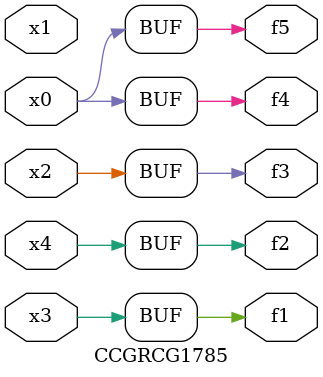
<source format=v>
module CCGRCG1785(
	input x0, x1, x2, x3, x4,
	output f1, f2, f3, f4, f5
);
	assign f1 = x3;
	assign f2 = x4;
	assign f3 = x2;
	assign f4 = x0;
	assign f5 = x0;
endmodule

</source>
